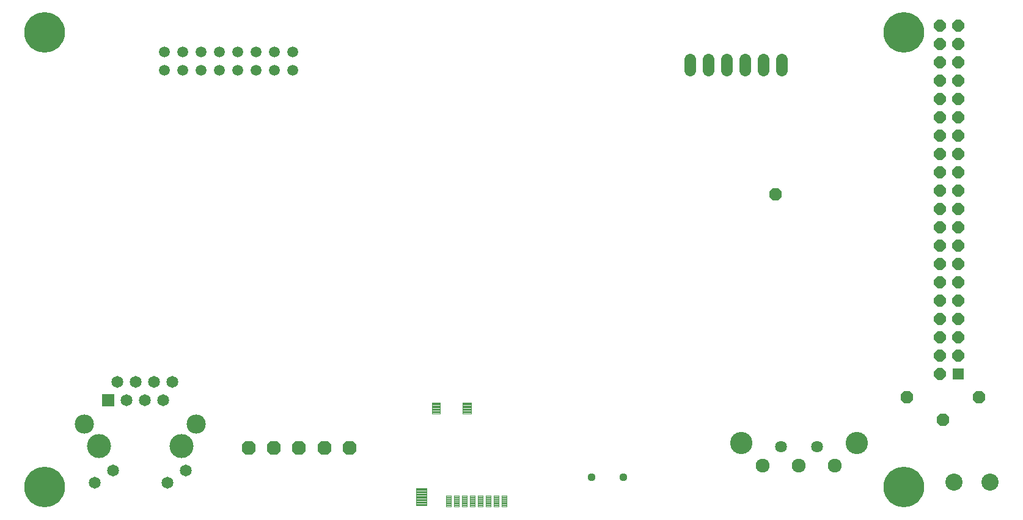
<source format=gbs>
G75*
%MOIN*%
%OFA0B0*%
%FSLAX25Y25*%
%IPPOS*%
%LPD*%
%AMOC8*
5,1,8,0,0,1.08239X$1,22.5*
%
%ADD10OC8,0.06996*%
%ADD11R,0.06406X0.06406*%
%ADD12OC8,0.06406*%
%ADD13C,0.05900*%
%ADD14OC8,0.07587*%
%ADD15C,0.07587*%
%ADD16C,0.06406*%
%ADD17C,0.12161*%
%ADD18C,0.00488*%
%ADD19C,0.00435*%
%ADD20C,0.00435*%
%ADD21C,0.06500*%
%ADD22R,0.06500X0.06500*%
%ADD23C,0.13098*%
%ADD24C,0.10500*%
%ADD25C,0.04437*%
%ADD26C,0.09358*%
%ADD27C,0.06406*%
%ADD28C,0.22154*%
D10*
X0438669Y0328399D03*
X0510384Y0217849D03*
X0530069Y0205251D03*
X0549754Y0217849D03*
D11*
X0538353Y0230547D03*
D12*
X0528353Y0230547D03*
X0528353Y0240547D03*
X0538353Y0240547D03*
X0538353Y0250547D03*
X0528353Y0250547D03*
X0528353Y0260547D03*
X0538353Y0260547D03*
X0538353Y0270547D03*
X0528353Y0270547D03*
X0528353Y0280547D03*
X0538353Y0280547D03*
X0538353Y0290547D03*
X0528353Y0290547D03*
X0528353Y0300547D03*
X0538353Y0300547D03*
X0538353Y0310547D03*
X0528353Y0310547D03*
X0528353Y0320547D03*
X0538353Y0320547D03*
X0538353Y0330547D03*
X0528353Y0330547D03*
X0528353Y0340547D03*
X0538353Y0340547D03*
X0538353Y0350547D03*
X0528353Y0350547D03*
X0528353Y0360547D03*
X0538353Y0360547D03*
X0538353Y0370547D03*
X0528353Y0370547D03*
X0528353Y0380547D03*
X0538353Y0380547D03*
X0538353Y0390547D03*
X0528353Y0390547D03*
X0528353Y0400547D03*
X0538353Y0400547D03*
X0538353Y0410547D03*
X0528353Y0410547D03*
X0528353Y0420547D03*
X0538353Y0420547D03*
D13*
X0175494Y0406099D03*
X0165494Y0406099D03*
X0155494Y0406099D03*
X0145494Y0406099D03*
X0135494Y0406099D03*
X0125494Y0406099D03*
X0115494Y0406099D03*
X0105494Y0406099D03*
X0105494Y0396099D03*
X0115494Y0396099D03*
X0125494Y0396099D03*
X0135494Y0396099D03*
X0145494Y0396099D03*
X0155494Y0396099D03*
X0165494Y0396099D03*
X0175494Y0396099D03*
D14*
X0178943Y0190232D03*
X0165164Y0190232D03*
X0151384Y0190232D03*
X0192723Y0190232D03*
X0206502Y0190232D03*
D15*
X0431896Y0180390D03*
X0451581Y0180390D03*
X0471266Y0180390D03*
D16*
X0461424Y0190626D03*
X0441739Y0190626D03*
D17*
X0420085Y0192594D03*
X0483077Y0192594D03*
D18*
X0292138Y0164057D02*
X0289370Y0164057D01*
X0292138Y0164057D02*
X0292138Y0158139D01*
X0289370Y0158139D01*
X0289370Y0164057D01*
X0289370Y0158626D02*
X0292138Y0158626D01*
X0292138Y0159113D02*
X0289370Y0159113D01*
X0289370Y0159600D02*
X0292138Y0159600D01*
X0292138Y0160087D02*
X0289370Y0160087D01*
X0289370Y0160574D02*
X0292138Y0160574D01*
X0292138Y0161061D02*
X0289370Y0161061D01*
X0289370Y0161548D02*
X0292138Y0161548D01*
X0292138Y0162035D02*
X0289370Y0162035D01*
X0289370Y0162522D02*
X0292138Y0162522D01*
X0292138Y0163009D02*
X0289370Y0163009D01*
X0289370Y0163496D02*
X0292138Y0163496D01*
X0292138Y0163983D02*
X0289370Y0163983D01*
X0287808Y0164057D02*
X0285040Y0164057D01*
X0287808Y0164057D02*
X0287808Y0158139D01*
X0285040Y0158139D01*
X0285040Y0164057D01*
X0285040Y0158626D02*
X0287808Y0158626D01*
X0287808Y0159113D02*
X0285040Y0159113D01*
X0285040Y0159600D02*
X0287808Y0159600D01*
X0287808Y0160087D02*
X0285040Y0160087D01*
X0285040Y0160574D02*
X0287808Y0160574D01*
X0287808Y0161061D02*
X0285040Y0161061D01*
X0285040Y0161548D02*
X0287808Y0161548D01*
X0287808Y0162035D02*
X0285040Y0162035D01*
X0285040Y0162522D02*
X0287808Y0162522D01*
X0287808Y0163009D02*
X0285040Y0163009D01*
X0285040Y0163496D02*
X0287808Y0163496D01*
X0287808Y0163983D02*
X0285040Y0163983D01*
X0283477Y0164057D02*
X0280709Y0164057D01*
X0283477Y0164057D02*
X0283477Y0158139D01*
X0280709Y0158139D01*
X0280709Y0164057D01*
X0280709Y0158626D02*
X0283477Y0158626D01*
X0283477Y0159113D02*
X0280709Y0159113D01*
X0280709Y0159600D02*
X0283477Y0159600D01*
X0283477Y0160087D02*
X0280709Y0160087D01*
X0280709Y0160574D02*
X0283477Y0160574D01*
X0283477Y0161061D02*
X0280709Y0161061D01*
X0280709Y0161548D02*
X0283477Y0161548D01*
X0283477Y0162035D02*
X0280709Y0162035D01*
X0280709Y0162522D02*
X0283477Y0162522D01*
X0283477Y0163009D02*
X0280709Y0163009D01*
X0280709Y0163496D02*
X0283477Y0163496D01*
X0283477Y0163983D02*
X0280709Y0163983D01*
X0279146Y0164057D02*
X0276378Y0164057D01*
X0279146Y0164057D02*
X0279146Y0158139D01*
X0276378Y0158139D01*
X0276378Y0164057D01*
X0276378Y0158626D02*
X0279146Y0158626D01*
X0279146Y0159113D02*
X0276378Y0159113D01*
X0276378Y0159600D02*
X0279146Y0159600D01*
X0279146Y0160087D02*
X0276378Y0160087D01*
X0276378Y0160574D02*
X0279146Y0160574D01*
X0279146Y0161061D02*
X0276378Y0161061D01*
X0276378Y0161548D02*
X0279146Y0161548D01*
X0279146Y0162035D02*
X0276378Y0162035D01*
X0276378Y0162522D02*
X0279146Y0162522D01*
X0279146Y0163009D02*
X0276378Y0163009D01*
X0276378Y0163496D02*
X0279146Y0163496D01*
X0279146Y0163983D02*
X0276378Y0163983D01*
X0274816Y0164057D02*
X0272048Y0164057D01*
X0274816Y0164057D02*
X0274816Y0158139D01*
X0272048Y0158139D01*
X0272048Y0164057D01*
X0272048Y0158626D02*
X0274816Y0158626D01*
X0274816Y0159113D02*
X0272048Y0159113D01*
X0272048Y0159600D02*
X0274816Y0159600D01*
X0274816Y0160087D02*
X0272048Y0160087D01*
X0272048Y0160574D02*
X0274816Y0160574D01*
X0274816Y0161061D02*
X0272048Y0161061D01*
X0272048Y0161548D02*
X0274816Y0161548D01*
X0274816Y0162035D02*
X0272048Y0162035D01*
X0272048Y0162522D02*
X0274816Y0162522D01*
X0274816Y0163009D02*
X0272048Y0163009D01*
X0272048Y0163496D02*
X0274816Y0163496D01*
X0274816Y0163983D02*
X0272048Y0163983D01*
X0270485Y0164057D02*
X0267717Y0164057D01*
X0270485Y0164057D02*
X0270485Y0158139D01*
X0267717Y0158139D01*
X0267717Y0164057D01*
X0267717Y0158626D02*
X0270485Y0158626D01*
X0270485Y0159113D02*
X0267717Y0159113D01*
X0267717Y0159600D02*
X0270485Y0159600D01*
X0270485Y0160087D02*
X0267717Y0160087D01*
X0267717Y0160574D02*
X0270485Y0160574D01*
X0270485Y0161061D02*
X0267717Y0161061D01*
X0267717Y0161548D02*
X0270485Y0161548D01*
X0270485Y0162035D02*
X0267717Y0162035D01*
X0267717Y0162522D02*
X0270485Y0162522D01*
X0270485Y0163009D02*
X0267717Y0163009D01*
X0267717Y0163496D02*
X0270485Y0163496D01*
X0270485Y0163983D02*
X0267717Y0163983D01*
X0266154Y0164057D02*
X0263386Y0164057D01*
X0266154Y0164057D02*
X0266154Y0158139D01*
X0263386Y0158139D01*
X0263386Y0164057D01*
X0263386Y0158626D02*
X0266154Y0158626D01*
X0266154Y0159113D02*
X0263386Y0159113D01*
X0263386Y0159600D02*
X0266154Y0159600D01*
X0266154Y0160087D02*
X0263386Y0160087D01*
X0263386Y0160574D02*
X0266154Y0160574D01*
X0266154Y0161061D02*
X0263386Y0161061D01*
X0263386Y0161548D02*
X0266154Y0161548D01*
X0266154Y0162035D02*
X0263386Y0162035D01*
X0263386Y0162522D02*
X0266154Y0162522D01*
X0266154Y0163009D02*
X0263386Y0163009D01*
X0263386Y0163496D02*
X0266154Y0163496D01*
X0266154Y0163983D02*
X0263386Y0163983D01*
X0261823Y0164057D02*
X0259055Y0164057D01*
X0261823Y0164057D02*
X0261823Y0158139D01*
X0259055Y0158139D01*
X0259055Y0164057D01*
X0259055Y0158626D02*
X0261823Y0158626D01*
X0261823Y0159113D02*
X0259055Y0159113D01*
X0259055Y0159600D02*
X0261823Y0159600D01*
X0261823Y0160087D02*
X0259055Y0160087D01*
X0259055Y0160574D02*
X0261823Y0160574D01*
X0261823Y0161061D02*
X0259055Y0161061D01*
X0259055Y0161548D02*
X0261823Y0161548D01*
X0261823Y0162035D02*
X0259055Y0162035D01*
X0259055Y0162522D02*
X0261823Y0162522D01*
X0261823Y0163009D02*
X0259055Y0163009D01*
X0259055Y0163496D02*
X0261823Y0163496D01*
X0261823Y0163983D02*
X0259055Y0163983D01*
D19*
X0248563Y0167922D02*
X0242789Y0167922D01*
X0248563Y0167922D02*
X0248563Y0158684D01*
X0242789Y0158684D01*
X0242789Y0167922D01*
X0242789Y0159118D02*
X0248563Y0159118D01*
X0248563Y0159552D02*
X0242789Y0159552D01*
X0242789Y0159986D02*
X0248563Y0159986D01*
X0248563Y0160420D02*
X0242789Y0160420D01*
X0242789Y0160854D02*
X0248563Y0160854D01*
X0248563Y0161288D02*
X0242789Y0161288D01*
X0242789Y0161722D02*
X0248563Y0161722D01*
X0248563Y0162156D02*
X0242789Y0162156D01*
X0242789Y0162590D02*
X0248563Y0162590D01*
X0248563Y0163024D02*
X0242789Y0163024D01*
X0242789Y0163458D02*
X0248563Y0163458D01*
X0248563Y0163892D02*
X0242789Y0163892D01*
X0242789Y0164326D02*
X0248563Y0164326D01*
X0248563Y0164760D02*
X0242789Y0164760D01*
X0242789Y0165194D02*
X0248563Y0165194D01*
X0248563Y0165628D02*
X0242789Y0165628D01*
X0242789Y0166062D02*
X0248563Y0166062D01*
X0248563Y0166496D02*
X0242789Y0166496D01*
X0242789Y0166930D02*
X0248563Y0166930D01*
X0248563Y0167364D02*
X0242789Y0167364D01*
X0242789Y0167798D02*
X0248563Y0167798D01*
D20*
X0251352Y0214872D02*
X0255748Y0214872D01*
X0255748Y0208900D01*
X0251352Y0208900D01*
X0251352Y0214872D01*
X0251352Y0209334D02*
X0255748Y0209334D01*
X0255748Y0209768D02*
X0251352Y0209768D01*
X0251352Y0210202D02*
X0255748Y0210202D01*
X0255748Y0210636D02*
X0251352Y0210636D01*
X0251352Y0211070D02*
X0255748Y0211070D01*
X0255748Y0211504D02*
X0251352Y0211504D01*
X0251352Y0211938D02*
X0255748Y0211938D01*
X0255748Y0212372D02*
X0251352Y0212372D01*
X0251352Y0212806D02*
X0255748Y0212806D01*
X0255748Y0213240D02*
X0251352Y0213240D01*
X0251352Y0213674D02*
X0255748Y0213674D01*
X0255748Y0214108D02*
X0251352Y0214108D01*
X0251352Y0214542D02*
X0255748Y0214542D01*
X0268281Y0214872D02*
X0272677Y0214872D01*
X0272677Y0208900D01*
X0268281Y0208900D01*
X0268281Y0214872D01*
X0268281Y0209334D02*
X0272677Y0209334D01*
X0272677Y0209768D02*
X0268281Y0209768D01*
X0268281Y0210202D02*
X0272677Y0210202D01*
X0272677Y0210636D02*
X0268281Y0210636D01*
X0268281Y0211070D02*
X0272677Y0211070D01*
X0272677Y0211504D02*
X0268281Y0211504D01*
X0268281Y0211938D02*
X0272677Y0211938D01*
X0272677Y0212372D02*
X0268281Y0212372D01*
X0268281Y0212806D02*
X0272677Y0212806D01*
X0272677Y0213240D02*
X0268281Y0213240D01*
X0268281Y0213674D02*
X0272677Y0213674D01*
X0272677Y0214108D02*
X0268281Y0214108D01*
X0268281Y0214542D02*
X0272677Y0214542D01*
D21*
X0117231Y0177909D03*
X0107231Y0171217D03*
X0077428Y0177909D03*
X0067428Y0171217D03*
X0084829Y0216217D03*
X0094829Y0216217D03*
X0104829Y0216217D03*
X0099829Y0226217D03*
X0089829Y0226217D03*
X0079829Y0226217D03*
X0109829Y0226217D03*
D22*
X0074829Y0216217D03*
D23*
X0069829Y0191217D03*
X0114829Y0191217D03*
D24*
X0122841Y0203224D03*
X0061817Y0203224D03*
D25*
X0338589Y0174091D03*
X0355912Y0174091D03*
D26*
X0536227Y0171335D03*
X0555912Y0171335D03*
D27*
X0442119Y0396146D02*
X0442119Y0402052D01*
X0432119Y0402052D02*
X0432119Y0396146D01*
X0422119Y0396146D02*
X0422119Y0402052D01*
X0412119Y0402052D02*
X0412119Y0396146D01*
X0402119Y0396146D02*
X0402119Y0402052D01*
X0392119Y0402052D02*
X0392119Y0396146D01*
D28*
X0040164Y0168579D03*
X0040164Y0416610D03*
X0508668Y0416610D03*
X0508668Y0168579D03*
M02*

</source>
